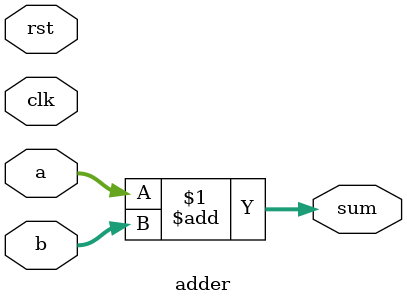
<source format=sv>
module adder 
#(  parameter DATA_WIDTH=8
) ( input clk, rst,
    input [DATA_WIDTH-1:0] a, b,
    output logic [DATA_WIDTH:0] sum
);
    assign sum = a + b;

`ifdef FORMAL
    always @(posedge clk) begin
        if (~rst) begin
            // tests
            c_a: cover (a);
            c_b: cover (b);
            c_sum: cover (sum);
            // check result
            a_sum:  assert property (sum == a + b);
        end
    end
`endif // FORMAL

endmodule





</source>
